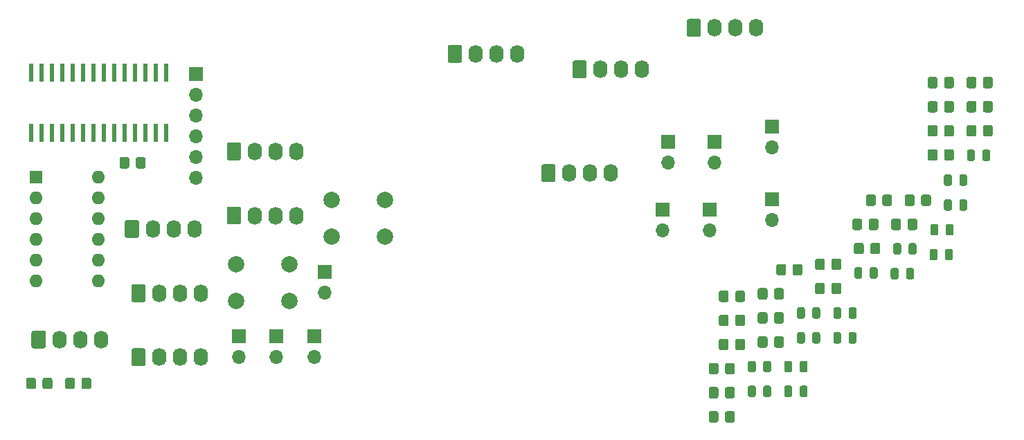
<source format=gbr>
%TF.GenerationSoftware,KiCad,Pcbnew,(5.1.9)-1*%
%TF.CreationDate,2022-03-08T11:24:29-07:00*%
%TF.ProjectId,SensorBoard,53656e73-6f72-4426-9f61-72642e6b6963,rev?*%
%TF.SameCoordinates,Original*%
%TF.FileFunction,Copper,L1,Top*%
%TF.FilePolarity,Positive*%
%FSLAX46Y46*%
G04 Gerber Fmt 4.6, Leading zero omitted, Abs format (unit mm)*
G04 Created by KiCad (PCBNEW (5.1.9)-1) date 2022-03-08 11:24:29*
%MOMM*%
%LPD*%
G01*
G04 APERTURE LIST*
%TA.AperFunction,ComponentPad*%
%ADD10R,1.700000X1.700000*%
%TD*%
%TA.AperFunction,ComponentPad*%
%ADD11O,1.700000X1.700000*%
%TD*%
%TA.AperFunction,ComponentPad*%
%ADD12O,1.740000X2.190000*%
%TD*%
%TA.AperFunction,ComponentPad*%
%ADD13R,1.600000X1.600000*%
%TD*%
%TA.AperFunction,ComponentPad*%
%ADD14O,1.600000X1.600000*%
%TD*%
%TA.AperFunction,ComponentPad*%
%ADD15C,2.000000*%
%TD*%
%TA.AperFunction,SMDPad,CuDef*%
%ADD16R,0.600000X2.200000*%
%TD*%
G04 APERTURE END LIST*
%TO.P,C1,2*%
%TO.N,GND*%
%TA.AperFunction,SMDPad,CuDef*%
G36*
G01*
X131795001Y-42990002D02*
X131795001Y-42090000D01*
G75*
G02*
X132045000Y-41840001I249999J0D01*
G01*
X132745002Y-41840001D01*
G75*
G02*
X132995001Y-42090000I0J-249999D01*
G01*
X132995001Y-42990002D01*
G75*
G02*
X132745002Y-43240001I-249999J0D01*
G01*
X132045000Y-43240001D01*
G75*
G02*
X131795001Y-42990002I0J249999D01*
G01*
G37*
%TD.AperFunction*%
%TO.P,C1,1*%
%TO.N,+5V*%
%TA.AperFunction,SMDPad,CuDef*%
G36*
G01*
X129795001Y-42990002D02*
X129795001Y-42090000D01*
G75*
G02*
X130045000Y-41840001I249999J0D01*
G01*
X130745002Y-41840001D01*
G75*
G02*
X130995001Y-42090000I0J-249999D01*
G01*
X130995001Y-42990002D01*
G75*
G02*
X130745002Y-43240001I-249999J0D01*
G01*
X130045000Y-43240001D01*
G75*
G02*
X129795001Y-42990002I0J249999D01*
G01*
G37*
%TD.AperFunction*%
%TD*%
%TO.P,C2,2*%
%TO.N,GND*%
%TA.AperFunction,SMDPad,CuDef*%
G36*
G01*
X205090001Y-59330002D02*
X205090001Y-58430000D01*
G75*
G02*
X205340000Y-58180001I249999J0D01*
G01*
X206040002Y-58180001D01*
G75*
G02*
X206290001Y-58430000I0J-249999D01*
G01*
X206290001Y-59330002D01*
G75*
G02*
X206040002Y-59580001I-249999J0D01*
G01*
X205340000Y-59580001D01*
G75*
G02*
X205090001Y-59330002I0J249999D01*
G01*
G37*
%TD.AperFunction*%
%TO.P,C2,1*%
%TO.N,+5V*%
%TA.AperFunction,SMDPad,CuDef*%
G36*
G01*
X203090001Y-59330002D02*
X203090001Y-58430000D01*
G75*
G02*
X203340000Y-58180001I249999J0D01*
G01*
X204040002Y-58180001D01*
G75*
G02*
X204290001Y-58430000I0J-249999D01*
G01*
X204290001Y-59330002D01*
G75*
G02*
X204040002Y-59580001I-249999J0D01*
G01*
X203340000Y-59580001D01*
G75*
G02*
X203090001Y-59330002I0J249999D01*
G01*
G37*
%TD.AperFunction*%
%TD*%
%TO.P,C3,2*%
%TO.N,GND*%
%TA.AperFunction,SMDPad,CuDef*%
G36*
G01*
X125135001Y-69990002D02*
X125135001Y-69090000D01*
G75*
G02*
X125385000Y-68840001I249999J0D01*
G01*
X126085002Y-68840001D01*
G75*
G02*
X126335001Y-69090000I0J-249999D01*
G01*
X126335001Y-69990002D01*
G75*
G02*
X126085002Y-70240001I-249999J0D01*
G01*
X125385000Y-70240001D01*
G75*
G02*
X125135001Y-69990002I0J249999D01*
G01*
G37*
%TD.AperFunction*%
%TO.P,C3,1*%
%TO.N,Net-(C3-Pad1)*%
%TA.AperFunction,SMDPad,CuDef*%
G36*
G01*
X123135001Y-69990002D02*
X123135001Y-69090000D01*
G75*
G02*
X123385000Y-68840001I249999J0D01*
G01*
X124085002Y-68840001D01*
G75*
G02*
X124335001Y-69090000I0J-249999D01*
G01*
X124335001Y-69990002D01*
G75*
G02*
X124085002Y-70240001I-249999J0D01*
G01*
X123385000Y-70240001D01*
G75*
G02*
X123135001Y-69990002I0J249999D01*
G01*
G37*
%TD.AperFunction*%
%TD*%
%TO.P,C4,1*%
%TO.N,+5V*%
%TA.AperFunction,SMDPad,CuDef*%
G36*
G01*
X118385001Y-69990002D02*
X118385001Y-69090000D01*
G75*
G02*
X118635000Y-68840001I249999J0D01*
G01*
X119335002Y-68840001D01*
G75*
G02*
X119585001Y-69090000I0J-249999D01*
G01*
X119585001Y-69990002D01*
G75*
G02*
X119335002Y-70240001I-249999J0D01*
G01*
X118635000Y-70240001D01*
G75*
G02*
X118385001Y-69990002I0J249999D01*
G01*
G37*
%TD.AperFunction*%
%TO.P,C4,2*%
%TO.N,GND*%
%TA.AperFunction,SMDPad,CuDef*%
G36*
G01*
X120385001Y-69990002D02*
X120385001Y-69090000D01*
G75*
G02*
X120635000Y-68840001I249999J0D01*
G01*
X121335002Y-68840001D01*
G75*
G02*
X121585001Y-69090000I0J-249999D01*
G01*
X121585001Y-69990002D01*
G75*
G02*
X121335002Y-70240001I-249999J0D01*
G01*
X120635000Y-70240001D01*
G75*
G02*
X120385001Y-69990002I0J249999D01*
G01*
G37*
%TD.AperFunction*%
%TD*%
%TO.P,D1,2*%
%TO.N,Net-(D1-Pad2)*%
%TA.AperFunction,SMDPad,CuDef*%
G36*
G01*
X208510001Y-67926251D02*
X208510001Y-67013751D01*
G75*
G02*
X208753751Y-66770001I243750J0D01*
G01*
X209241251Y-66770001D01*
G75*
G02*
X209485001Y-67013751I0J-243750D01*
G01*
X209485001Y-67926251D01*
G75*
G02*
X209241251Y-68170001I-243750J0D01*
G01*
X208753751Y-68170001D01*
G75*
G02*
X208510001Y-67926251I0J243750D01*
G01*
G37*
%TD.AperFunction*%
%TO.P,D1,1*%
%TO.N,GND*%
%TA.AperFunction,SMDPad,CuDef*%
G36*
G01*
X206635001Y-67926251D02*
X206635001Y-67013751D01*
G75*
G02*
X206878751Y-66770001I243750J0D01*
G01*
X207366251Y-66770001D01*
G75*
G02*
X207610001Y-67013751I0J-243750D01*
G01*
X207610001Y-67926251D01*
G75*
G02*
X207366251Y-68170001I-243750J0D01*
G01*
X206878751Y-68170001D01*
G75*
G02*
X206635001Y-67926251I0J243750D01*
G01*
G37*
%TD.AperFunction*%
%TD*%
%TO.P,D2,1*%
%TO.N,Net-(D2-Pad1)*%
%TA.AperFunction,SMDPad,CuDef*%
G36*
G01*
X219655001Y-56476251D02*
X219655001Y-55563751D01*
G75*
G02*
X219898751Y-55320001I243750J0D01*
G01*
X220386251Y-55320001D01*
G75*
G02*
X220630001Y-55563751I0J-243750D01*
G01*
X220630001Y-56476251D01*
G75*
G02*
X220386251Y-56720001I-243750J0D01*
G01*
X219898751Y-56720001D01*
G75*
G02*
X219655001Y-56476251I0J243750D01*
G01*
G37*
%TD.AperFunction*%
%TO.P,D2,2*%
%TO.N,+5V*%
%TA.AperFunction,SMDPad,CuDef*%
G36*
G01*
X221530001Y-56476251D02*
X221530001Y-55563751D01*
G75*
G02*
X221773751Y-55320001I243750J0D01*
G01*
X222261251Y-55320001D01*
G75*
G02*
X222505001Y-55563751I0J-243750D01*
G01*
X222505001Y-56476251D01*
G75*
G02*
X222261251Y-56720001I-243750J0D01*
G01*
X221773751Y-56720001D01*
G75*
G02*
X221530001Y-56476251I0J243750D01*
G01*
G37*
%TD.AperFunction*%
%TD*%
%TO.P,D3,1*%
%TO.N,Net-(D3-Pad1)*%
%TA.AperFunction,SMDPad,CuDef*%
G36*
G01*
X230615001Y-45116251D02*
X230615001Y-44203751D01*
G75*
G02*
X230858751Y-43960001I243750J0D01*
G01*
X231346251Y-43960001D01*
G75*
G02*
X231590001Y-44203751I0J-243750D01*
G01*
X231590001Y-45116251D01*
G75*
G02*
X231346251Y-45360001I-243750J0D01*
G01*
X230858751Y-45360001D01*
G75*
G02*
X230615001Y-45116251I0J243750D01*
G01*
G37*
%TD.AperFunction*%
%TO.P,D3,2*%
%TO.N,+5V*%
%TA.AperFunction,SMDPad,CuDef*%
G36*
G01*
X232490001Y-45116251D02*
X232490001Y-44203751D01*
G75*
G02*
X232733751Y-43960001I243750J0D01*
G01*
X233221251Y-43960001D01*
G75*
G02*
X233465001Y-44203751I0J-243750D01*
G01*
X233465001Y-45116251D01*
G75*
G02*
X233221251Y-45360001I-243750J0D01*
G01*
X232733751Y-45360001D01*
G75*
G02*
X232490001Y-45116251I0J243750D01*
G01*
G37*
%TD.AperFunction*%
%TD*%
%TO.P,D4,1*%
%TO.N,Net-(D4-Pad1)*%
%TA.AperFunction,SMDPad,CuDef*%
G36*
G01*
X206635001Y-70966251D02*
X206635001Y-70053751D01*
G75*
G02*
X206878751Y-69810001I243750J0D01*
G01*
X207366251Y-69810001D01*
G75*
G02*
X207610001Y-70053751I0J-243750D01*
G01*
X207610001Y-70966251D01*
G75*
G02*
X207366251Y-71210001I-243750J0D01*
G01*
X206878751Y-71210001D01*
G75*
G02*
X206635001Y-70966251I0J243750D01*
G01*
G37*
%TD.AperFunction*%
%TO.P,D4,2*%
%TO.N,+5V*%
%TA.AperFunction,SMDPad,CuDef*%
G36*
G01*
X208510001Y-70966251D02*
X208510001Y-70053751D01*
G75*
G02*
X208753751Y-69810001I243750J0D01*
G01*
X209241251Y-69810001D01*
G75*
G02*
X209485001Y-70053751I0J-243750D01*
G01*
X209485001Y-70966251D01*
G75*
G02*
X209241251Y-71210001I-243750J0D01*
G01*
X208753751Y-71210001D01*
G75*
G02*
X208510001Y-70966251I0J243750D01*
G01*
G37*
%TD.AperFunction*%
%TD*%
%TO.P,D5,2*%
%TO.N,+5V*%
%TA.AperFunction,SMDPad,CuDef*%
G36*
G01*
X230730001Y-54236251D02*
X230730001Y-53323751D01*
G75*
G02*
X230973751Y-53080001I243750J0D01*
G01*
X231461251Y-53080001D01*
G75*
G02*
X231705001Y-53323751I0J-243750D01*
G01*
X231705001Y-54236251D01*
G75*
G02*
X231461251Y-54480001I-243750J0D01*
G01*
X230973751Y-54480001D01*
G75*
G02*
X230730001Y-54236251I0J243750D01*
G01*
G37*
%TD.AperFunction*%
%TO.P,D5,1*%
%TO.N,Net-(D5-Pad1)*%
%TA.AperFunction,SMDPad,CuDef*%
G36*
G01*
X228855001Y-54236251D02*
X228855001Y-53323751D01*
G75*
G02*
X229098751Y-53080001I243750J0D01*
G01*
X229586251Y-53080001D01*
G75*
G02*
X229830001Y-53323751I0J-243750D01*
G01*
X229830001Y-54236251D01*
G75*
G02*
X229586251Y-54480001I-243750J0D01*
G01*
X229098751Y-54480001D01*
G75*
G02*
X228855001Y-54236251I0J243750D01*
G01*
G37*
%TD.AperFunction*%
%TD*%
%TO.P,D6,1*%
%TO.N,Net-(D6-Pad1)*%
%TA.AperFunction,SMDPad,CuDef*%
G36*
G01*
X224405001Y-53526251D02*
X224405001Y-52613751D01*
G75*
G02*
X224648751Y-52370001I243750J0D01*
G01*
X225136251Y-52370001D01*
G75*
G02*
X225380001Y-52613751I0J-243750D01*
G01*
X225380001Y-53526251D01*
G75*
G02*
X225136251Y-53770001I-243750J0D01*
G01*
X224648751Y-53770001D01*
G75*
G02*
X224405001Y-53526251I0J243750D01*
G01*
G37*
%TD.AperFunction*%
%TO.P,D6,2*%
%TO.N,+5V*%
%TA.AperFunction,SMDPad,CuDef*%
G36*
G01*
X226280001Y-53526251D02*
X226280001Y-52613751D01*
G75*
G02*
X226523751Y-52370001I243750J0D01*
G01*
X227011251Y-52370001D01*
G75*
G02*
X227255001Y-52613751I0J-243750D01*
G01*
X227255001Y-53526251D01*
G75*
G02*
X227011251Y-53770001I-243750J0D01*
G01*
X226523751Y-53770001D01*
G75*
G02*
X226280001Y-53526251I0J243750D01*
G01*
G37*
%TD.AperFunction*%
%TD*%
%TO.P,D7,2*%
%TO.N,+5V*%
%TA.AperFunction,SMDPad,CuDef*%
G36*
G01*
X232490001Y-48156251D02*
X232490001Y-47243751D01*
G75*
G02*
X232733751Y-47000001I243750J0D01*
G01*
X233221251Y-47000001D01*
G75*
G02*
X233465001Y-47243751I0J-243750D01*
G01*
X233465001Y-48156251D01*
G75*
G02*
X233221251Y-48400001I-243750J0D01*
G01*
X232733751Y-48400001D01*
G75*
G02*
X232490001Y-48156251I0J243750D01*
G01*
G37*
%TD.AperFunction*%
%TO.P,D7,1*%
%TO.N,Net-(D7-Pad1)*%
%TA.AperFunction,SMDPad,CuDef*%
G36*
G01*
X230615001Y-48156251D02*
X230615001Y-47243751D01*
G75*
G02*
X230858751Y-47000001I243750J0D01*
G01*
X231346251Y-47000001D01*
G75*
G02*
X231590001Y-47243751I0J-243750D01*
G01*
X231590001Y-48156251D01*
G75*
G02*
X231346251Y-48400001I-243750J0D01*
G01*
X230858751Y-48400001D01*
G75*
G02*
X230615001Y-48156251I0J243750D01*
G01*
G37*
%TD.AperFunction*%
%TD*%
%TO.P,D8,1*%
%TO.N,Net-(D8-Pad1)*%
%TA.AperFunction,SMDPad,CuDef*%
G36*
G01*
X217085001Y-61376251D02*
X217085001Y-60463751D01*
G75*
G02*
X217328751Y-60220001I243750J0D01*
G01*
X217816251Y-60220001D01*
G75*
G02*
X218060001Y-60463751I0J-243750D01*
G01*
X218060001Y-61376251D01*
G75*
G02*
X217816251Y-61620001I-243750J0D01*
G01*
X217328751Y-61620001D01*
G75*
G02*
X217085001Y-61376251I0J243750D01*
G01*
G37*
%TD.AperFunction*%
%TO.P,D8,2*%
%TO.N,Net-(C3-Pad1)*%
%TA.AperFunction,SMDPad,CuDef*%
G36*
G01*
X218960001Y-61376251D02*
X218960001Y-60463751D01*
G75*
G02*
X219203751Y-60220001I243750J0D01*
G01*
X219691251Y-60220001D01*
G75*
G02*
X219935001Y-60463751I0J-243750D01*
G01*
X219935001Y-61376251D01*
G75*
G02*
X219691251Y-61620001I-243750J0D01*
G01*
X219203751Y-61620001D01*
G75*
G02*
X218960001Y-61376251I0J243750D01*
G01*
G37*
%TD.AperFunction*%
%TD*%
%TO.P,D9,1*%
%TO.N,Net-(D9-Pad1)*%
%TA.AperFunction,SMDPad,CuDef*%
G36*
G01*
X211085001Y-67926251D02*
X211085001Y-67013751D01*
G75*
G02*
X211328751Y-66770001I243750J0D01*
G01*
X211816251Y-66770001D01*
G75*
G02*
X212060001Y-67013751I0J-243750D01*
G01*
X212060001Y-67926251D01*
G75*
G02*
X211816251Y-68170001I-243750J0D01*
G01*
X211328751Y-68170001D01*
G75*
G02*
X211085001Y-67926251I0J243750D01*
G01*
G37*
%TD.AperFunction*%
%TO.P,D9,2*%
%TO.N,Net-(D9-Pad2)*%
%TA.AperFunction,SMDPad,CuDef*%
G36*
G01*
X212960001Y-67926251D02*
X212960001Y-67013751D01*
G75*
G02*
X213203751Y-66770001I243750J0D01*
G01*
X213691251Y-66770001D01*
G75*
G02*
X213935001Y-67013751I0J-243750D01*
G01*
X213935001Y-67926251D01*
G75*
G02*
X213691251Y-68170001I-243750J0D01*
G01*
X213203751Y-68170001D01*
G75*
G02*
X212960001Y-67926251I0J243750D01*
G01*
G37*
%TD.AperFunction*%
%TD*%
%TO.P,D10,2*%
%TO.N,Net-(D10-Pad2)*%
%TA.AperFunction,SMDPad,CuDef*%
G36*
G01*
X212960001Y-70966251D02*
X212960001Y-70053751D01*
G75*
G02*
X213203751Y-69810001I243750J0D01*
G01*
X213691251Y-69810001D01*
G75*
G02*
X213935001Y-70053751I0J-243750D01*
G01*
X213935001Y-70966251D01*
G75*
G02*
X213691251Y-71210001I-243750J0D01*
G01*
X213203751Y-71210001D01*
G75*
G02*
X212960001Y-70966251I0J243750D01*
G01*
G37*
%TD.AperFunction*%
%TO.P,D10,1*%
%TO.N,Net-(D10-Pad1)*%
%TA.AperFunction,SMDPad,CuDef*%
G36*
G01*
X211085001Y-70966251D02*
X211085001Y-70053751D01*
G75*
G02*
X211328751Y-69810001I243750J0D01*
G01*
X211816251Y-69810001D01*
G75*
G02*
X212060001Y-70053751I0J-243750D01*
G01*
X212060001Y-70966251D01*
G75*
G02*
X211816251Y-71210001I-243750J0D01*
G01*
X211328751Y-71210001D01*
G75*
G02*
X211085001Y-70966251I0J243750D01*
G01*
G37*
%TD.AperFunction*%
%TD*%
%TO.P,D11,1*%
%TO.N,Net-(D11-Pad1)*%
%TA.AperFunction,SMDPad,CuDef*%
G36*
G01*
X217085001Y-64416251D02*
X217085001Y-63503751D01*
G75*
G02*
X217328751Y-63260001I243750J0D01*
G01*
X217816251Y-63260001D01*
G75*
G02*
X218060001Y-63503751I0J-243750D01*
G01*
X218060001Y-64416251D01*
G75*
G02*
X217816251Y-64660001I-243750J0D01*
G01*
X217328751Y-64660001D01*
G75*
G02*
X217085001Y-64416251I0J243750D01*
G01*
G37*
%TD.AperFunction*%
%TO.P,D11,2*%
%TO.N,Net-(D11-Pad2)*%
%TA.AperFunction,SMDPad,CuDef*%
G36*
G01*
X218960001Y-64416251D02*
X218960001Y-63503751D01*
G75*
G02*
X219203751Y-63260001I243750J0D01*
G01*
X219691251Y-63260001D01*
G75*
G02*
X219935001Y-63503751I0J-243750D01*
G01*
X219935001Y-64416251D01*
G75*
G02*
X219691251Y-64660001I-243750J0D01*
G01*
X219203751Y-64660001D01*
G75*
G02*
X218960001Y-64416251I0J243750D01*
G01*
G37*
%TD.AperFunction*%
%TD*%
%TO.P,D12,2*%
%TO.N,Net-(D12-Pad2)*%
%TA.AperFunction,SMDPad,CuDef*%
G36*
G01*
X230830001Y-51196251D02*
X230830001Y-50283751D01*
G75*
G02*
X231073751Y-50040001I243750J0D01*
G01*
X231561251Y-50040001D01*
G75*
G02*
X231805001Y-50283751I0J-243750D01*
G01*
X231805001Y-51196251D01*
G75*
G02*
X231561251Y-51440001I-243750J0D01*
G01*
X231073751Y-51440001D01*
G75*
G02*
X230830001Y-51196251I0J243750D01*
G01*
G37*
%TD.AperFunction*%
%TO.P,D12,1*%
%TO.N,Net-(D12-Pad1)*%
%TA.AperFunction,SMDPad,CuDef*%
G36*
G01*
X228955001Y-51196251D02*
X228955001Y-50283751D01*
G75*
G02*
X229198751Y-50040001I243750J0D01*
G01*
X229686251Y-50040001D01*
G75*
G02*
X229930001Y-50283751I0J-243750D01*
G01*
X229930001Y-51196251D01*
G75*
G02*
X229686251Y-51440001I-243750J0D01*
G01*
X229198751Y-51440001D01*
G75*
G02*
X228955001Y-51196251I0J243750D01*
G01*
G37*
%TD.AperFunction*%
%TD*%
%TO.P,D13,2*%
%TO.N,Net-(D13-Pad2)*%
%TA.AperFunction,SMDPad,CuDef*%
G36*
G01*
X225980001Y-56566251D02*
X225980001Y-55653751D01*
G75*
G02*
X226223751Y-55410001I243750J0D01*
G01*
X226711251Y-55410001D01*
G75*
G02*
X226955001Y-55653751I0J-243750D01*
G01*
X226955001Y-56566251D01*
G75*
G02*
X226711251Y-56810001I-243750J0D01*
G01*
X226223751Y-56810001D01*
G75*
G02*
X225980001Y-56566251I0J243750D01*
G01*
G37*
%TD.AperFunction*%
%TO.P,D13,1*%
%TO.N,Net-(D13-Pad1)*%
%TA.AperFunction,SMDPad,CuDef*%
G36*
G01*
X224105001Y-56566251D02*
X224105001Y-55653751D01*
G75*
G02*
X224348751Y-55410001I243750J0D01*
G01*
X224836251Y-55410001D01*
G75*
G02*
X225080001Y-55653751I0J-243750D01*
G01*
X225080001Y-56566251D01*
G75*
G02*
X224836251Y-56810001I-243750J0D01*
G01*
X224348751Y-56810001D01*
G75*
G02*
X224105001Y-56566251I0J243750D01*
G01*
G37*
%TD.AperFunction*%
%TD*%
%TO.P,D14,2*%
%TO.N,Net-(D14-Pad2)*%
%TA.AperFunction,SMDPad,CuDef*%
G36*
G01*
X214510001Y-64416251D02*
X214510001Y-63503751D01*
G75*
G02*
X214753751Y-63260001I243750J0D01*
G01*
X215241251Y-63260001D01*
G75*
G02*
X215485001Y-63503751I0J-243750D01*
G01*
X215485001Y-64416251D01*
G75*
G02*
X215241251Y-64660001I-243750J0D01*
G01*
X214753751Y-64660001D01*
G75*
G02*
X214510001Y-64416251I0J243750D01*
G01*
G37*
%TD.AperFunction*%
%TO.P,D14,1*%
%TO.N,Net-(D14-Pad1)*%
%TA.AperFunction,SMDPad,CuDef*%
G36*
G01*
X212635001Y-64416251D02*
X212635001Y-63503751D01*
G75*
G02*
X212878751Y-63260001I243750J0D01*
G01*
X213366251Y-63260001D01*
G75*
G02*
X213610001Y-63503751I0J-243750D01*
G01*
X213610001Y-64416251D01*
G75*
G02*
X213366251Y-64660001I-243750J0D01*
G01*
X212878751Y-64660001D01*
G75*
G02*
X212635001Y-64416251I0J243750D01*
G01*
G37*
%TD.AperFunction*%
%TD*%
%TO.P,D15,2*%
%TO.N,Net-(D15-Pad2)*%
%TA.AperFunction,SMDPad,CuDef*%
G36*
G01*
X214510001Y-61376251D02*
X214510001Y-60463751D01*
G75*
G02*
X214753751Y-60220001I243750J0D01*
G01*
X215241251Y-60220001D01*
G75*
G02*
X215485001Y-60463751I0J-243750D01*
G01*
X215485001Y-61376251D01*
G75*
G02*
X215241251Y-61620001I-243750J0D01*
G01*
X214753751Y-61620001D01*
G75*
G02*
X214510001Y-61376251I0J243750D01*
G01*
G37*
%TD.AperFunction*%
%TO.P,D15,1*%
%TO.N,Net-(D15-Pad1)*%
%TA.AperFunction,SMDPad,CuDef*%
G36*
G01*
X212635001Y-61376251D02*
X212635001Y-60463751D01*
G75*
G02*
X212878751Y-60220001I243750J0D01*
G01*
X213366251Y-60220001D01*
G75*
G02*
X213610001Y-60463751I0J-243750D01*
G01*
X213610001Y-61376251D01*
G75*
G02*
X213366251Y-61620001I-243750J0D01*
G01*
X212878751Y-61620001D01*
G75*
G02*
X212635001Y-61376251I0J243750D01*
G01*
G37*
%TD.AperFunction*%
%TD*%
%TO.P,D16,1*%
%TO.N,Net-(D16-Pad1)*%
%TA.AperFunction,SMDPad,CuDef*%
G36*
G01*
X233425001Y-42076251D02*
X233425001Y-41163751D01*
G75*
G02*
X233668751Y-40920001I243750J0D01*
G01*
X234156251Y-40920001D01*
G75*
G02*
X234400001Y-41163751I0J-243750D01*
G01*
X234400001Y-42076251D01*
G75*
G02*
X234156251Y-42320001I-243750J0D01*
G01*
X233668751Y-42320001D01*
G75*
G02*
X233425001Y-42076251I0J243750D01*
G01*
G37*
%TD.AperFunction*%
%TO.P,D16,2*%
%TO.N,Net-(D16-Pad2)*%
%TA.AperFunction,SMDPad,CuDef*%
G36*
G01*
X235300001Y-42076251D02*
X235300001Y-41163751D01*
G75*
G02*
X235543751Y-40920001I243750J0D01*
G01*
X236031251Y-40920001D01*
G75*
G02*
X236275001Y-41163751I0J-243750D01*
G01*
X236275001Y-42076251D01*
G75*
G02*
X236031251Y-42320001I-243750J0D01*
G01*
X235543751Y-42320001D01*
G75*
G02*
X235300001Y-42076251I0J243750D01*
G01*
G37*
%TD.AperFunction*%
%TD*%
D10*
%TO.P,J1,1*%
%TO.N,+5V*%
X154905001Y-55920001D03*
D11*
%TO.P,J1,2*%
%TO.N,GND*%
X154905001Y-58460001D03*
%TD*%
D12*
%TO.P,J2,4*%
%TO.N,GND*%
X139735001Y-66340001D03*
%TO.P,J2,3*%
%TO.N,Net-(J2-Pad3)*%
X137195001Y-66340001D03*
%TO.P,J2,2*%
%TO.N,Net-(J2-Pad2)*%
X134655001Y-66340001D03*
%TO.P,J2,1*%
%TO.N,+5V*%
%TA.AperFunction,ComponentPad*%
G36*
G01*
X131245001Y-67185002D02*
X131245001Y-65495000D01*
G75*
G02*
X131495000Y-65245001I249999J0D01*
G01*
X132735002Y-65245001D01*
G75*
G02*
X132985001Y-65495000I0J-249999D01*
G01*
X132985001Y-67185002D01*
G75*
G02*
X132735002Y-67435001I-249999J0D01*
G01*
X131495000Y-67435001D01*
G75*
G02*
X131245001Y-67185002I0J249999D01*
G01*
G37*
%TD.AperFunction*%
%TD*%
D10*
%TO.P,J3,1*%
%TO.N,Net-(D8-Pad1)*%
X139165001Y-31670001D03*
D11*
%TO.P,J3,2*%
%TO.N,+5V*%
X139165001Y-34210001D03*
%TO.P,J3,3*%
%TO.N,GND*%
X139165001Y-36750001D03*
%TO.P,J3,4*%
%TO.N,RB7*%
X139165001Y-39290001D03*
%TO.P,J3,5*%
%TO.N,RB6*%
X139165001Y-41830001D03*
%TO.P,J3,6*%
%TO.N,Net-(J3-Pad6)*%
X139165001Y-44370001D03*
%TD*%
%TO.P,J4,1*%
%TO.N,+5V*%
%TA.AperFunction,ComponentPad*%
G36*
G01*
X181375000Y-44660001D02*
X181375000Y-42969999D01*
G75*
G02*
X181624999Y-42720000I249999J0D01*
G01*
X182865001Y-42720000D01*
G75*
G02*
X183115000Y-42969999I0J-249999D01*
G01*
X183115000Y-44660001D01*
G75*
G02*
X182865001Y-44910000I-249999J0D01*
G01*
X181624999Y-44910000D01*
G75*
G02*
X181375000Y-44660001I0J249999D01*
G01*
G37*
%TD.AperFunction*%
D12*
%TO.P,J4,2*%
%TO.N,Net-(J2-Pad2)*%
X184785000Y-43815000D03*
%TO.P,J4,3*%
%TO.N,Net-(J2-Pad3)*%
X187325000Y-43815000D03*
%TO.P,J4,4*%
%TO.N,GND*%
X189865000Y-43815000D03*
%TD*%
%TO.P,J5,4*%
%TO.N,GND*%
X193675000Y-31115000D03*
%TO.P,J5,3*%
%TO.N,Net-(J5-Pad3)*%
X191135000Y-31115000D03*
%TO.P,J5,2*%
%TO.N,SDA2*%
X188595000Y-31115000D03*
%TO.P,J5,1*%
%TO.N,+5V*%
%TA.AperFunction,ComponentPad*%
G36*
G01*
X185185000Y-31960001D02*
X185185000Y-30269999D01*
G75*
G02*
X185434999Y-30020000I249999J0D01*
G01*
X186675001Y-30020000D01*
G75*
G02*
X186925000Y-30269999I0J-249999D01*
G01*
X186925000Y-31960001D01*
G75*
G02*
X186675001Y-32210000I-249999J0D01*
G01*
X185434999Y-32210000D01*
G75*
G02*
X185185000Y-31960001I0J249999D01*
G01*
G37*
%TD.AperFunction*%
%TD*%
%TO.P,J6,1*%
%TO.N,+5V*%
%TA.AperFunction,ComponentPad*%
G36*
G01*
X199155000Y-26880001D02*
X199155000Y-25189999D01*
G75*
G02*
X199404999Y-24940000I249999J0D01*
G01*
X200645001Y-24940000D01*
G75*
G02*
X200895000Y-25189999I0J-249999D01*
G01*
X200895000Y-26880001D01*
G75*
G02*
X200645001Y-27130000I-249999J0D01*
G01*
X199404999Y-27130000D01*
G75*
G02*
X199155000Y-26880001I0J249999D01*
G01*
G37*
%TD.AperFunction*%
%TO.P,J6,2*%
%TO.N,SDA2*%
X202565000Y-26035000D03*
%TO.P,J6,3*%
%TO.N,Net-(J6-Pad3)*%
X205105000Y-26035000D03*
%TO.P,J6,4*%
%TO.N,GND*%
X207645000Y-26035000D03*
%TD*%
%TO.P,J7,4*%
%TO.N,GND*%
X138935001Y-50640001D03*
%TO.P,J7,3*%
%TO.N,Net-(J7-Pad3)*%
X136395001Y-50640001D03*
%TO.P,J7,2*%
%TO.N,SDA2*%
X133855001Y-50640001D03*
%TO.P,J7,1*%
%TO.N,+5V*%
%TA.AperFunction,ComponentPad*%
G36*
G01*
X130445001Y-51485002D02*
X130445001Y-49795000D01*
G75*
G02*
X130695000Y-49545001I249999J0D01*
G01*
X131935002Y-49545001D01*
G75*
G02*
X132185001Y-49795000I0J-249999D01*
G01*
X132185001Y-51485002D01*
G75*
G02*
X131935002Y-51735001I-249999J0D01*
G01*
X130695000Y-51735001D01*
G75*
G02*
X130445001Y-51485002I0J249999D01*
G01*
G37*
%TD.AperFunction*%
%TD*%
%TO.P,J8,1*%
%TO.N,+5V*%
%TA.AperFunction,ComponentPad*%
G36*
G01*
X169945000Y-30055001D02*
X169945000Y-28364999D01*
G75*
G02*
X170194999Y-28115000I249999J0D01*
G01*
X171435001Y-28115000D01*
G75*
G02*
X171685000Y-28364999I0J-249999D01*
G01*
X171685000Y-30055001D01*
G75*
G02*
X171435001Y-30305000I-249999J0D01*
G01*
X170194999Y-30305000D01*
G75*
G02*
X169945000Y-30055001I0J249999D01*
G01*
G37*
%TD.AperFunction*%
%TO.P,J8,2*%
%TO.N,SDA2*%
X173355000Y-29210000D03*
%TO.P,J8,3*%
%TO.N,Net-(J8-Pad3)*%
X175895000Y-29210000D03*
%TO.P,J8,4*%
%TO.N,GND*%
X178435000Y-29210000D03*
%TD*%
%TO.P,J9,1*%
%TO.N,+5V*%
%TA.AperFunction,ComponentPad*%
G36*
G01*
X142915001Y-41985002D02*
X142915001Y-40295000D01*
G75*
G02*
X143165000Y-40045001I249999J0D01*
G01*
X144405002Y-40045001D01*
G75*
G02*
X144655001Y-40295000I0J-249999D01*
G01*
X144655001Y-41985002D01*
G75*
G02*
X144405002Y-42235001I-249999J0D01*
G01*
X143165000Y-42235001D01*
G75*
G02*
X142915001Y-41985002I0J249999D01*
G01*
G37*
%TD.AperFunction*%
%TO.P,J9,2*%
%TO.N,SDA2*%
X146325001Y-41140001D03*
%TO.P,J9,3*%
%TO.N,Net-(J9-Pad3)*%
X148865001Y-41140001D03*
%TO.P,J9,4*%
%TO.N,GND*%
X151405001Y-41140001D03*
%TD*%
%TO.P,J10,4*%
%TO.N,GND*%
X127525001Y-64160001D03*
%TO.P,J10,3*%
%TO.N,Net-(J10-Pad3)*%
X124985001Y-64160001D03*
%TO.P,J10,2*%
%TO.N,SDA2*%
X122445001Y-64160001D03*
%TO.P,J10,1*%
%TO.N,+5V*%
%TA.AperFunction,ComponentPad*%
G36*
G01*
X119035001Y-65005002D02*
X119035001Y-63315000D01*
G75*
G02*
X119285000Y-63065001I249999J0D01*
G01*
X120525002Y-63065001D01*
G75*
G02*
X120775001Y-63315000I0J-249999D01*
G01*
X120775001Y-65005002D01*
G75*
G02*
X120525002Y-65255001I-249999J0D01*
G01*
X119285000Y-65255001D01*
G75*
G02*
X119035001Y-65005002I0J249999D01*
G01*
G37*
%TD.AperFunction*%
%TD*%
%TO.P,J11,1*%
%TO.N,+5V*%
%TA.AperFunction,ComponentPad*%
G36*
G01*
X131245001Y-59335002D02*
X131245001Y-57645000D01*
G75*
G02*
X131495000Y-57395001I249999J0D01*
G01*
X132735002Y-57395001D01*
G75*
G02*
X132985001Y-57645000I0J-249999D01*
G01*
X132985001Y-59335002D01*
G75*
G02*
X132735002Y-59585001I-249999J0D01*
G01*
X131495000Y-59585001D01*
G75*
G02*
X131245001Y-59335002I0J249999D01*
G01*
G37*
%TD.AperFunction*%
%TO.P,J11,2*%
%TO.N,SDA2*%
X134655001Y-58490001D03*
%TO.P,J11,3*%
%TO.N,Net-(J11-Pad3)*%
X137195001Y-58490001D03*
%TO.P,J11,4*%
%TO.N,GND*%
X139735001Y-58490001D03*
%TD*%
%TO.P,J12,4*%
%TO.N,GND*%
X151405001Y-48990001D03*
%TO.P,J12,3*%
%TO.N,Net-(J12-Pad3)*%
X148865001Y-48990001D03*
%TO.P,J12,2*%
%TO.N,SDA2*%
X146325001Y-48990001D03*
%TO.P,J12,1*%
%TO.N,+5V*%
%TA.AperFunction,ComponentPad*%
G36*
G01*
X142915001Y-49835002D02*
X142915001Y-48145000D01*
G75*
G02*
X143165000Y-47895001I249999J0D01*
G01*
X144405002Y-47895001D01*
G75*
G02*
X144655001Y-48145000I0J-249999D01*
G01*
X144655001Y-49835002D01*
G75*
G02*
X144405002Y-50085001I-249999J0D01*
G01*
X143165000Y-50085001D01*
G75*
G02*
X142915001Y-49835002I0J249999D01*
G01*
G37*
%TD.AperFunction*%
%TD*%
D10*
%TO.P,JP1,1*%
%TO.N,+5V*%
X196850000Y-40005000D03*
D11*
%TO.P,JP1,2*%
%TO.N,Net-(JP1-Pad2)*%
X196850000Y-42545000D03*
%TD*%
D10*
%TO.P,JP2,1*%
%TO.N,SCL2*%
X201930000Y-48260000D03*
D11*
%TO.P,JP2,2*%
%TO.N,Net-(J5-Pad3)*%
X201930000Y-50800000D03*
%TD*%
%TO.P,JP3,2*%
%TO.N,Net-(J6-Pad3)*%
X209550000Y-40640000D03*
D10*
%TO.P,JP3,1*%
%TO.N,SCL2*%
X209550000Y-38100000D03*
%TD*%
%TO.P,JP4,1*%
%TO.N,SCL2*%
X144355001Y-63770001D03*
D11*
%TO.P,JP4,2*%
%TO.N,Net-(J7-Pad3)*%
X144355001Y-66310001D03*
%TD*%
D10*
%TO.P,JP5,1*%
%TO.N,SCL2*%
X196215000Y-48260000D03*
D11*
%TO.P,JP5,2*%
%TO.N,Net-(J8-Pad3)*%
X196215000Y-50800000D03*
%TD*%
%TO.P,JP6,2*%
%TO.N,Net-(J9-Pad3)*%
X149005001Y-66310001D03*
D10*
%TO.P,JP6,1*%
%TO.N,SCL2*%
X149005001Y-63770001D03*
%TD*%
D11*
%TO.P,JP7,2*%
%TO.N,Net-(J10-Pad3)*%
X202565000Y-42545000D03*
D10*
%TO.P,JP7,1*%
%TO.N,SCL2*%
X202565000Y-40005000D03*
%TD*%
D11*
%TO.P,JP8,2*%
%TO.N,Net-(J11-Pad3)*%
X209550000Y-49530000D03*
D10*
%TO.P,JP8,1*%
%TO.N,SCL2*%
X209550000Y-46990000D03*
%TD*%
D11*
%TO.P,JP9,2*%
%TO.N,Net-(J12-Pad3)*%
X153655001Y-66310001D03*
D10*
%TO.P,JP9,1*%
%TO.N,SCL2*%
X153655001Y-63770001D03*
%TD*%
%TO.P,R1,1*%
%TO.N,+5V*%
%TA.AperFunction,SMDPad,CuDef*%
G36*
G01*
X207840001Y-61975002D02*
X207840001Y-61075000D01*
G75*
G02*
X208090000Y-60825001I249999J0D01*
G01*
X208790002Y-60825001D01*
G75*
G02*
X209040001Y-61075000I0J-249999D01*
G01*
X209040001Y-61975002D01*
G75*
G02*
X208790002Y-62225001I-249999J0D01*
G01*
X208090000Y-62225001D01*
G75*
G02*
X207840001Y-61975002I0J249999D01*
G01*
G37*
%TD.AperFunction*%
%TO.P,R1,2*%
%TO.N,Net-(D1-Pad2)*%
%TA.AperFunction,SMDPad,CuDef*%
G36*
G01*
X209840001Y-61975002D02*
X209840001Y-61075000D01*
G75*
G02*
X210090000Y-60825001I249999J0D01*
G01*
X210790002Y-60825001D01*
G75*
G02*
X211040001Y-61075000I0J-249999D01*
G01*
X211040001Y-61975002D01*
G75*
G02*
X210790002Y-62225001I-249999J0D01*
G01*
X210090000Y-62225001D01*
G75*
G02*
X209840001Y-61975002I0J249999D01*
G01*
G37*
%TD.AperFunction*%
%TD*%
%TO.P,R2,1*%
%TO.N,+5V*%
%TA.AperFunction,SMDPad,CuDef*%
G36*
G01*
X210110001Y-56075002D02*
X210110001Y-55175000D01*
G75*
G02*
X210360000Y-54925001I249999J0D01*
G01*
X211060002Y-54925001D01*
G75*
G02*
X211310001Y-55175000I0J-249999D01*
G01*
X211310001Y-56075002D01*
G75*
G02*
X211060002Y-56325001I-249999J0D01*
G01*
X210360000Y-56325001D01*
G75*
G02*
X210110001Y-56075002I0J249999D01*
G01*
G37*
%TD.AperFunction*%
%TO.P,R2,2*%
%TO.N,Net-(C3-Pad1)*%
%TA.AperFunction,SMDPad,CuDef*%
G36*
G01*
X212110001Y-56075002D02*
X212110001Y-55175000D01*
G75*
G02*
X212360000Y-54925001I249999J0D01*
G01*
X213060002Y-54925001D01*
G75*
G02*
X213310001Y-55175000I0J-249999D01*
G01*
X213310001Y-56075002D01*
G75*
G02*
X213060002Y-56325001I-249999J0D01*
G01*
X212360000Y-56325001D01*
G75*
G02*
X212110001Y-56075002I0J249999D01*
G01*
G37*
%TD.AperFunction*%
%TD*%
%TO.P,R3,1*%
%TO.N,+5V*%
%TA.AperFunction,SMDPad,CuDef*%
G36*
G01*
X228630001Y-42025002D02*
X228630001Y-41125000D01*
G75*
G02*
X228880000Y-40875001I249999J0D01*
G01*
X229580002Y-40875001D01*
G75*
G02*
X229830001Y-41125000I0J-249999D01*
G01*
X229830001Y-42025002D01*
G75*
G02*
X229580002Y-42275001I-249999J0D01*
G01*
X228880000Y-42275001D01*
G75*
G02*
X228630001Y-42025002I0J249999D01*
G01*
G37*
%TD.AperFunction*%
%TO.P,R3,2*%
%TO.N,Net-(J2-Pad2)*%
%TA.AperFunction,SMDPad,CuDef*%
G36*
G01*
X230630001Y-42025002D02*
X230630001Y-41125000D01*
G75*
G02*
X230880000Y-40875001I249999J0D01*
G01*
X231580002Y-40875001D01*
G75*
G02*
X231830001Y-41125000I0J-249999D01*
G01*
X231830001Y-42025002D01*
G75*
G02*
X231580002Y-42275001I-249999J0D01*
G01*
X230880000Y-42275001D01*
G75*
G02*
X230630001Y-42025002I0J249999D01*
G01*
G37*
%TD.AperFunction*%
%TD*%
%TO.P,R4,2*%
%TO.N,Net-(J2-Pad3)*%
%TA.AperFunction,SMDPad,CuDef*%
G36*
G01*
X216860001Y-55425002D02*
X216860001Y-54525000D01*
G75*
G02*
X217110000Y-54275001I249999J0D01*
G01*
X217810002Y-54275001D01*
G75*
G02*
X218060001Y-54525000I0J-249999D01*
G01*
X218060001Y-55425002D01*
G75*
G02*
X217810002Y-55675001I-249999J0D01*
G01*
X217110000Y-55675001D01*
G75*
G02*
X216860001Y-55425002I0J249999D01*
G01*
G37*
%TD.AperFunction*%
%TO.P,R4,1*%
%TO.N,+5V*%
%TA.AperFunction,SMDPad,CuDef*%
G36*
G01*
X214860001Y-55425002D02*
X214860001Y-54525000D01*
G75*
G02*
X215110000Y-54275001I249999J0D01*
G01*
X215810002Y-54275001D01*
G75*
G02*
X216060001Y-54525000I0J-249999D01*
G01*
X216060001Y-55425002D01*
G75*
G02*
X215810002Y-55675001I-249999J0D01*
G01*
X215110000Y-55675001D01*
G75*
G02*
X214860001Y-55425002I0J249999D01*
G01*
G37*
%TD.AperFunction*%
%TD*%
%TO.P,R5,1*%
%TO.N,Net-(D2-Pad1)*%
%TA.AperFunction,SMDPad,CuDef*%
G36*
G01*
X228630001Y-39075002D02*
X228630001Y-38175000D01*
G75*
G02*
X228880000Y-37925001I249999J0D01*
G01*
X229580002Y-37925001D01*
G75*
G02*
X229830001Y-38175000I0J-249999D01*
G01*
X229830001Y-39075002D01*
G75*
G02*
X229580002Y-39325001I-249999J0D01*
G01*
X228880000Y-39325001D01*
G75*
G02*
X228630001Y-39075002I0J249999D01*
G01*
G37*
%TD.AperFunction*%
%TO.P,R5,2*%
%TO.N,Net-(R5-Pad2)*%
%TA.AperFunction,SMDPad,CuDef*%
G36*
G01*
X230630001Y-39075002D02*
X230630001Y-38175000D01*
G75*
G02*
X230880000Y-37925001I249999J0D01*
G01*
X231580002Y-37925001D01*
G75*
G02*
X231830001Y-38175000I0J-249999D01*
G01*
X231830001Y-39075002D01*
G75*
G02*
X231580002Y-39325001I-249999J0D01*
G01*
X230880000Y-39325001D01*
G75*
G02*
X230630001Y-39075002I0J249999D01*
G01*
G37*
%TD.AperFunction*%
%TD*%
%TO.P,R6,2*%
%TO.N,Net-(R6-Pad2)*%
%TA.AperFunction,SMDPad,CuDef*%
G36*
G01*
X203840001Y-68180002D02*
X203840001Y-67280000D01*
G75*
G02*
X204090000Y-67030001I249999J0D01*
G01*
X204790002Y-67030001D01*
G75*
G02*
X205040001Y-67280000I0J-249999D01*
G01*
X205040001Y-68180002D01*
G75*
G02*
X204790002Y-68430001I-249999J0D01*
G01*
X204090000Y-68430001D01*
G75*
G02*
X203840001Y-68180002I0J249999D01*
G01*
G37*
%TD.AperFunction*%
%TO.P,R6,1*%
%TO.N,Net-(D3-Pad1)*%
%TA.AperFunction,SMDPad,CuDef*%
G36*
G01*
X201840001Y-68180002D02*
X201840001Y-67280000D01*
G75*
G02*
X202090000Y-67030001I249999J0D01*
G01*
X202790002Y-67030001D01*
G75*
G02*
X203040001Y-67280000I0J-249999D01*
G01*
X203040001Y-68180002D01*
G75*
G02*
X202790002Y-68430001I-249999J0D01*
G01*
X202090000Y-68430001D01*
G75*
G02*
X201840001Y-68180002I0J249999D01*
G01*
G37*
%TD.AperFunction*%
%TD*%
%TO.P,R7,1*%
%TO.N,Net-(D4-Pad1)*%
%TA.AperFunction,SMDPad,CuDef*%
G36*
G01*
X233380001Y-33175002D02*
X233380001Y-32275000D01*
G75*
G02*
X233630000Y-32025001I249999J0D01*
G01*
X234330002Y-32025001D01*
G75*
G02*
X234580001Y-32275000I0J-249999D01*
G01*
X234580001Y-33175002D01*
G75*
G02*
X234330002Y-33425001I-249999J0D01*
G01*
X233630000Y-33425001D01*
G75*
G02*
X233380001Y-33175002I0J249999D01*
G01*
G37*
%TD.AperFunction*%
%TO.P,R7,2*%
%TO.N,Net-(R7-Pad2)*%
%TA.AperFunction,SMDPad,CuDef*%
G36*
G01*
X235380001Y-33175002D02*
X235380001Y-32275000D01*
G75*
G02*
X235630000Y-32025001I249999J0D01*
G01*
X236330002Y-32025001D01*
G75*
G02*
X236580001Y-32275000I0J-249999D01*
G01*
X236580001Y-33175002D01*
G75*
G02*
X236330002Y-33425001I-249999J0D01*
G01*
X235630000Y-33425001D01*
G75*
G02*
X235380001Y-33175002I0J249999D01*
G01*
G37*
%TD.AperFunction*%
%TD*%
%TO.P,R8,2*%
%TO.N,Net-(R8-Pad2)*%
%TA.AperFunction,SMDPad,CuDef*%
G36*
G01*
X205090001Y-65230002D02*
X205090001Y-64330000D01*
G75*
G02*
X205340000Y-64080001I249999J0D01*
G01*
X206040002Y-64080001D01*
G75*
G02*
X206290001Y-64330000I0J-249999D01*
G01*
X206290001Y-65230002D01*
G75*
G02*
X206040002Y-65480001I-249999J0D01*
G01*
X205340000Y-65480001D01*
G75*
G02*
X205090001Y-65230002I0J249999D01*
G01*
G37*
%TD.AperFunction*%
%TO.P,R8,1*%
%TO.N,Net-(D5-Pad1)*%
%TA.AperFunction,SMDPad,CuDef*%
G36*
G01*
X203090001Y-65230002D02*
X203090001Y-64330000D01*
G75*
G02*
X203340000Y-64080001I249999J0D01*
G01*
X204040002Y-64080001D01*
G75*
G02*
X204290001Y-64330000I0J-249999D01*
G01*
X204290001Y-65230002D01*
G75*
G02*
X204040002Y-65480001I-249999J0D01*
G01*
X203340000Y-65480001D01*
G75*
G02*
X203090001Y-65230002I0J249999D01*
G01*
G37*
%TD.AperFunction*%
%TD*%
%TO.P,R9,1*%
%TO.N,Net-(D6-Pad1)*%
%TA.AperFunction,SMDPad,CuDef*%
G36*
G01*
X207840001Y-59025002D02*
X207840001Y-58125000D01*
G75*
G02*
X208090000Y-57875001I249999J0D01*
G01*
X208790002Y-57875001D01*
G75*
G02*
X209040001Y-58125000I0J-249999D01*
G01*
X209040001Y-59025002D01*
G75*
G02*
X208790002Y-59275001I-249999J0D01*
G01*
X208090000Y-59275001D01*
G75*
G02*
X207840001Y-59025002I0J249999D01*
G01*
G37*
%TD.AperFunction*%
%TO.P,R9,2*%
%TO.N,Net-(R9-Pad2)*%
%TA.AperFunction,SMDPad,CuDef*%
G36*
G01*
X209840001Y-59025002D02*
X209840001Y-58125000D01*
G75*
G02*
X210090000Y-57875001I249999J0D01*
G01*
X210790002Y-57875001D01*
G75*
G02*
X211040001Y-58125000I0J-249999D01*
G01*
X211040001Y-59025002D01*
G75*
G02*
X210790002Y-59275001I-249999J0D01*
G01*
X210090000Y-59275001D01*
G75*
G02*
X209840001Y-59025002I0J249999D01*
G01*
G37*
%TD.AperFunction*%
%TD*%
%TO.P,R10,2*%
%TO.N,Net-(R10-Pad2)*%
%TA.AperFunction,SMDPad,CuDef*%
G36*
G01*
X223070001Y-47575002D02*
X223070001Y-46675000D01*
G75*
G02*
X223320000Y-46425001I249999J0D01*
G01*
X224020002Y-46425001D01*
G75*
G02*
X224270001Y-46675000I0J-249999D01*
G01*
X224270001Y-47575002D01*
G75*
G02*
X224020002Y-47825001I-249999J0D01*
G01*
X223320000Y-47825001D01*
G75*
G02*
X223070001Y-47575002I0J249999D01*
G01*
G37*
%TD.AperFunction*%
%TO.P,R10,1*%
%TO.N,Net-(D7-Pad1)*%
%TA.AperFunction,SMDPad,CuDef*%
G36*
G01*
X221070001Y-47575002D02*
X221070001Y-46675000D01*
G75*
G02*
X221320000Y-46425001I249999J0D01*
G01*
X222020002Y-46425001D01*
G75*
G02*
X222270001Y-46675000I0J-249999D01*
G01*
X222270001Y-47575002D01*
G75*
G02*
X222020002Y-47825001I-249999J0D01*
G01*
X221320000Y-47825001D01*
G75*
G02*
X221070001Y-47575002I0J249999D01*
G01*
G37*
%TD.AperFunction*%
%TD*%
%TO.P,R11,1*%
%TO.N,+5V*%
%TA.AperFunction,SMDPad,CuDef*%
G36*
G01*
X233380001Y-36125002D02*
X233380001Y-35225000D01*
G75*
G02*
X233630000Y-34975001I249999J0D01*
G01*
X234330002Y-34975001D01*
G75*
G02*
X234580001Y-35225000I0J-249999D01*
G01*
X234580001Y-36125002D01*
G75*
G02*
X234330002Y-36375001I-249999J0D01*
G01*
X233630000Y-36375001D01*
G75*
G02*
X233380001Y-36125002I0J249999D01*
G01*
G37*
%TD.AperFunction*%
%TO.P,R11,2*%
%TO.N,SDA2*%
%TA.AperFunction,SMDPad,CuDef*%
G36*
G01*
X235380001Y-36125002D02*
X235380001Y-35225000D01*
G75*
G02*
X235630000Y-34975001I249999J0D01*
G01*
X236330002Y-34975001D01*
G75*
G02*
X236580001Y-35225000I0J-249999D01*
G01*
X236580001Y-36125002D01*
G75*
G02*
X236330002Y-36375001I-249999J0D01*
G01*
X235630000Y-36375001D01*
G75*
G02*
X235380001Y-36125002I0J249999D01*
G01*
G37*
%TD.AperFunction*%
%TD*%
%TO.P,R12,2*%
%TO.N,SCL2*%
%TA.AperFunction,SMDPad,CuDef*%
G36*
G01*
X230630001Y-36125002D02*
X230630001Y-35225000D01*
G75*
G02*
X230880000Y-34975001I249999J0D01*
G01*
X231580002Y-34975001D01*
G75*
G02*
X231830001Y-35225000I0J-249999D01*
G01*
X231830001Y-36125002D01*
G75*
G02*
X231580002Y-36375001I-249999J0D01*
G01*
X230880000Y-36375001D01*
G75*
G02*
X230630001Y-36125002I0J249999D01*
G01*
G37*
%TD.AperFunction*%
%TO.P,R12,1*%
%TO.N,+5V*%
%TA.AperFunction,SMDPad,CuDef*%
G36*
G01*
X228630001Y-36125002D02*
X228630001Y-35225000D01*
G75*
G02*
X228880000Y-34975001I249999J0D01*
G01*
X229580002Y-34975001D01*
G75*
G02*
X229830001Y-35225000I0J-249999D01*
G01*
X229830001Y-36125002D01*
G75*
G02*
X229580002Y-36375001I-249999J0D01*
G01*
X228880000Y-36375001D01*
G75*
G02*
X228630001Y-36125002I0J249999D01*
G01*
G37*
%TD.AperFunction*%
%TD*%
%TO.P,R13,1*%
%TO.N,Net-(R13-Pad1)*%
%TA.AperFunction,SMDPad,CuDef*%
G36*
G01*
X219410001Y-50525002D02*
X219410001Y-49625000D01*
G75*
G02*
X219660000Y-49375001I249999J0D01*
G01*
X220360002Y-49375001D01*
G75*
G02*
X220610001Y-49625000I0J-249999D01*
G01*
X220610001Y-50525002D01*
G75*
G02*
X220360002Y-50775001I-249999J0D01*
G01*
X219660000Y-50775001D01*
G75*
G02*
X219410001Y-50525002I0J249999D01*
G01*
G37*
%TD.AperFunction*%
%TO.P,R13,2*%
%TO.N,GND*%
%TA.AperFunction,SMDPad,CuDef*%
G36*
G01*
X221410001Y-50525002D02*
X221410001Y-49625000D01*
G75*
G02*
X221660000Y-49375001I249999J0D01*
G01*
X222360002Y-49375001D01*
G75*
G02*
X222610001Y-49625000I0J-249999D01*
G01*
X222610001Y-50525002D01*
G75*
G02*
X222360002Y-50775001I-249999J0D01*
G01*
X221660000Y-50775001D01*
G75*
G02*
X221410001Y-50525002I0J249999D01*
G01*
G37*
%TD.AperFunction*%
%TD*%
%TO.P,R14,2*%
%TO.N,GND*%
%TA.AperFunction,SMDPad,CuDef*%
G36*
G01*
X226160001Y-50525002D02*
X226160001Y-49625000D01*
G75*
G02*
X226410000Y-49375001I249999J0D01*
G01*
X227110002Y-49375001D01*
G75*
G02*
X227360001Y-49625000I0J-249999D01*
G01*
X227360001Y-50525002D01*
G75*
G02*
X227110002Y-50775001I-249999J0D01*
G01*
X226410000Y-50775001D01*
G75*
G02*
X226160001Y-50525002I0J249999D01*
G01*
G37*
%TD.AperFunction*%
%TO.P,R14,1*%
%TO.N,Net-(R14-Pad1)*%
%TA.AperFunction,SMDPad,CuDef*%
G36*
G01*
X224160001Y-50525002D02*
X224160001Y-49625000D01*
G75*
G02*
X224410000Y-49375001I249999J0D01*
G01*
X225110002Y-49375001D01*
G75*
G02*
X225360001Y-49625000I0J-249999D01*
G01*
X225360001Y-50525002D01*
G75*
G02*
X225110002Y-50775001I-249999J0D01*
G01*
X224410000Y-50775001D01*
G75*
G02*
X224160001Y-50525002I0J249999D01*
G01*
G37*
%TD.AperFunction*%
%TD*%
%TO.P,R15,2*%
%TO.N,GND*%
%TA.AperFunction,SMDPad,CuDef*%
G36*
G01*
X203840001Y-74080002D02*
X203840001Y-73180000D01*
G75*
G02*
X204090000Y-72930001I249999J0D01*
G01*
X204790002Y-72930001D01*
G75*
G02*
X205040001Y-73180000I0J-249999D01*
G01*
X205040001Y-74080002D01*
G75*
G02*
X204790002Y-74330001I-249999J0D01*
G01*
X204090000Y-74330001D01*
G75*
G02*
X203840001Y-74080002I0J249999D01*
G01*
G37*
%TD.AperFunction*%
%TO.P,R15,1*%
%TO.N,Net-(JP1-Pad2)*%
%TA.AperFunction,SMDPad,CuDef*%
G36*
G01*
X201840001Y-74080002D02*
X201840001Y-73180000D01*
G75*
G02*
X202090000Y-72930001I249999J0D01*
G01*
X202790002Y-72930001D01*
G75*
G02*
X203040001Y-73180000I0J-249999D01*
G01*
X203040001Y-74080002D01*
G75*
G02*
X202790002Y-74330001I-249999J0D01*
G01*
X202090000Y-74330001D01*
G75*
G02*
X201840001Y-74080002I0J249999D01*
G01*
G37*
%TD.AperFunction*%
%TD*%
%TO.P,R16,1*%
%TO.N,Net-(D9-Pad1)*%
%TA.AperFunction,SMDPad,CuDef*%
G36*
G01*
X219610001Y-53475002D02*
X219610001Y-52575000D01*
G75*
G02*
X219860000Y-52325001I249999J0D01*
G01*
X220560002Y-52325001D01*
G75*
G02*
X220810001Y-52575000I0J-249999D01*
G01*
X220810001Y-53475002D01*
G75*
G02*
X220560002Y-53725001I-249999J0D01*
G01*
X219860000Y-53725001D01*
G75*
G02*
X219610001Y-53475002I0J249999D01*
G01*
G37*
%TD.AperFunction*%
%TO.P,R16,2*%
%TO.N,GND*%
%TA.AperFunction,SMDPad,CuDef*%
G36*
G01*
X221610001Y-53475002D02*
X221610001Y-52575000D01*
G75*
G02*
X221860000Y-52325001I249999J0D01*
G01*
X222560002Y-52325001D01*
G75*
G02*
X222810001Y-52575000I0J-249999D01*
G01*
X222810001Y-53475002D01*
G75*
G02*
X222560002Y-53725001I-249999J0D01*
G01*
X221860000Y-53725001D01*
G75*
G02*
X221610001Y-53475002I0J249999D01*
G01*
G37*
%TD.AperFunction*%
%TD*%
%TO.P,R17,2*%
%TO.N,GND*%
%TA.AperFunction,SMDPad,CuDef*%
G36*
G01*
X216860001Y-58375002D02*
X216860001Y-57475000D01*
G75*
G02*
X217110000Y-57225001I249999J0D01*
G01*
X217810002Y-57225001D01*
G75*
G02*
X218060001Y-57475000I0J-249999D01*
G01*
X218060001Y-58375002D01*
G75*
G02*
X217810002Y-58625001I-249999J0D01*
G01*
X217110000Y-58625001D01*
G75*
G02*
X216860001Y-58375002I0J249999D01*
G01*
G37*
%TD.AperFunction*%
%TO.P,R17,1*%
%TO.N,Net-(D10-Pad1)*%
%TA.AperFunction,SMDPad,CuDef*%
G36*
G01*
X214860001Y-58375002D02*
X214860001Y-57475000D01*
G75*
G02*
X215110000Y-57225001I249999J0D01*
G01*
X215810002Y-57225001D01*
G75*
G02*
X216060001Y-57475000I0J-249999D01*
G01*
X216060001Y-58375002D01*
G75*
G02*
X215810002Y-58625001I-249999J0D01*
G01*
X215110000Y-58625001D01*
G75*
G02*
X214860001Y-58375002I0J249999D01*
G01*
G37*
%TD.AperFunction*%
%TD*%
%TO.P,R18,2*%
%TO.N,GND*%
%TA.AperFunction,SMDPad,CuDef*%
G36*
G01*
X230630001Y-33175002D02*
X230630001Y-32275000D01*
G75*
G02*
X230880000Y-32025001I249999J0D01*
G01*
X231580002Y-32025001D01*
G75*
G02*
X231830001Y-32275000I0J-249999D01*
G01*
X231830001Y-33175002D01*
G75*
G02*
X231580002Y-33425001I-249999J0D01*
G01*
X230880000Y-33425001D01*
G75*
G02*
X230630001Y-33175002I0J249999D01*
G01*
G37*
%TD.AperFunction*%
%TO.P,R18,1*%
%TO.N,Net-(D11-Pad1)*%
%TA.AperFunction,SMDPad,CuDef*%
G36*
G01*
X228630001Y-33175002D02*
X228630001Y-32275000D01*
G75*
G02*
X228880000Y-32025001I249999J0D01*
G01*
X229580002Y-32025001D01*
G75*
G02*
X229830001Y-32275000I0J-249999D01*
G01*
X229830001Y-33175002D01*
G75*
G02*
X229580002Y-33425001I-249999J0D01*
G01*
X228880000Y-33425001D01*
G75*
G02*
X228630001Y-33175002I0J249999D01*
G01*
G37*
%TD.AperFunction*%
%TD*%
%TO.P,R19,1*%
%TO.N,Net-(D12-Pad1)*%
%TA.AperFunction,SMDPad,CuDef*%
G36*
G01*
X203090001Y-62280002D02*
X203090001Y-61380000D01*
G75*
G02*
X203340000Y-61130001I249999J0D01*
G01*
X204040002Y-61130001D01*
G75*
G02*
X204290001Y-61380000I0J-249999D01*
G01*
X204290001Y-62280002D01*
G75*
G02*
X204040002Y-62530001I-249999J0D01*
G01*
X203340000Y-62530001D01*
G75*
G02*
X203090001Y-62280002I0J249999D01*
G01*
G37*
%TD.AperFunction*%
%TO.P,R19,2*%
%TO.N,GND*%
%TA.AperFunction,SMDPad,CuDef*%
G36*
G01*
X205090001Y-62280002D02*
X205090001Y-61380000D01*
G75*
G02*
X205340000Y-61130001I249999J0D01*
G01*
X206040002Y-61130001D01*
G75*
G02*
X206290001Y-61380000I0J-249999D01*
G01*
X206290001Y-62280002D01*
G75*
G02*
X206040002Y-62530001I-249999J0D01*
G01*
X205340000Y-62530001D01*
G75*
G02*
X205090001Y-62280002I0J249999D01*
G01*
G37*
%TD.AperFunction*%
%TD*%
%TO.P,R20,2*%
%TO.N,GND*%
%TA.AperFunction,SMDPad,CuDef*%
G36*
G01*
X235380001Y-39075002D02*
X235380001Y-38175000D01*
G75*
G02*
X235630000Y-37925001I249999J0D01*
G01*
X236330002Y-37925001D01*
G75*
G02*
X236580001Y-38175000I0J-249999D01*
G01*
X236580001Y-39075002D01*
G75*
G02*
X236330002Y-39325001I-249999J0D01*
G01*
X235630000Y-39325001D01*
G75*
G02*
X235380001Y-39075002I0J249999D01*
G01*
G37*
%TD.AperFunction*%
%TO.P,R20,1*%
%TO.N,Net-(D13-Pad1)*%
%TA.AperFunction,SMDPad,CuDef*%
G36*
G01*
X233380001Y-39075002D02*
X233380001Y-38175000D01*
G75*
G02*
X233630000Y-37925001I249999J0D01*
G01*
X234330002Y-37925001D01*
G75*
G02*
X234580001Y-38175000I0J-249999D01*
G01*
X234580001Y-39075002D01*
G75*
G02*
X234330002Y-39325001I-249999J0D01*
G01*
X233630000Y-39325001D01*
G75*
G02*
X233380001Y-39075002I0J249999D01*
G01*
G37*
%TD.AperFunction*%
%TD*%
%TO.P,R21,1*%
%TO.N,Net-(D14-Pad1)*%
%TA.AperFunction,SMDPad,CuDef*%
G36*
G01*
X207840001Y-64925002D02*
X207840001Y-64025000D01*
G75*
G02*
X208090000Y-63775001I249999J0D01*
G01*
X208790002Y-63775001D01*
G75*
G02*
X209040001Y-64025000I0J-249999D01*
G01*
X209040001Y-64925002D01*
G75*
G02*
X208790002Y-65175001I-249999J0D01*
G01*
X208090000Y-65175001D01*
G75*
G02*
X207840001Y-64925002I0J249999D01*
G01*
G37*
%TD.AperFunction*%
%TO.P,R21,2*%
%TO.N,GND*%
%TA.AperFunction,SMDPad,CuDef*%
G36*
G01*
X209840001Y-64925002D02*
X209840001Y-64025000D01*
G75*
G02*
X210090000Y-63775001I249999J0D01*
G01*
X210790002Y-63775001D01*
G75*
G02*
X211040001Y-64025000I0J-249999D01*
G01*
X211040001Y-64925002D01*
G75*
G02*
X210790002Y-65175001I-249999J0D01*
G01*
X210090000Y-65175001D01*
G75*
G02*
X209840001Y-64925002I0J249999D01*
G01*
G37*
%TD.AperFunction*%
%TD*%
%TO.P,R22,1*%
%TO.N,Net-(D15-Pad1)*%
%TA.AperFunction,SMDPad,CuDef*%
G36*
G01*
X225820001Y-47575002D02*
X225820001Y-46675000D01*
G75*
G02*
X226070000Y-46425001I249999J0D01*
G01*
X226770002Y-46425001D01*
G75*
G02*
X227020001Y-46675000I0J-249999D01*
G01*
X227020001Y-47575002D01*
G75*
G02*
X226770002Y-47825001I-249999J0D01*
G01*
X226070000Y-47825001D01*
G75*
G02*
X225820001Y-47575002I0J249999D01*
G01*
G37*
%TD.AperFunction*%
%TO.P,R22,2*%
%TO.N,GND*%
%TA.AperFunction,SMDPad,CuDef*%
G36*
G01*
X227820001Y-47575002D02*
X227820001Y-46675000D01*
G75*
G02*
X228070000Y-46425001I249999J0D01*
G01*
X228770002Y-46425001D01*
G75*
G02*
X229020001Y-46675000I0J-249999D01*
G01*
X229020001Y-47575002D01*
G75*
G02*
X228770002Y-47825001I-249999J0D01*
G01*
X228070000Y-47825001D01*
G75*
G02*
X227820001Y-47575002I0J249999D01*
G01*
G37*
%TD.AperFunction*%
%TD*%
%TO.P,R23,1*%
%TO.N,Net-(D16-Pad1)*%
%TA.AperFunction,SMDPad,CuDef*%
G36*
G01*
X201840001Y-71130002D02*
X201840001Y-70230000D01*
G75*
G02*
X202090000Y-69980001I249999J0D01*
G01*
X202790002Y-69980001D01*
G75*
G02*
X203040001Y-70230000I0J-249999D01*
G01*
X203040001Y-71130002D01*
G75*
G02*
X202790002Y-71380001I-249999J0D01*
G01*
X202090000Y-71380001D01*
G75*
G02*
X201840001Y-71130002I0J249999D01*
G01*
G37*
%TD.AperFunction*%
%TO.P,R23,2*%
%TO.N,GND*%
%TA.AperFunction,SMDPad,CuDef*%
G36*
G01*
X203840001Y-71130002D02*
X203840001Y-70230000D01*
G75*
G02*
X204090000Y-69980001I249999J0D01*
G01*
X204790002Y-69980001D01*
G75*
G02*
X205040001Y-70230000I0J-249999D01*
G01*
X205040001Y-71130002D01*
G75*
G02*
X204790002Y-71380001I-249999J0D01*
G01*
X204090000Y-71380001D01*
G75*
G02*
X203840001Y-71130002I0J249999D01*
G01*
G37*
%TD.AperFunction*%
%TD*%
D13*
%TO.P,SW1,1*%
%TO.N,GND*%
X119550001Y-44290001D03*
D14*
%TO.P,SW1,7*%
%TO.N,Net-(R10-Pad2)*%
X127170001Y-56990001D03*
%TO.P,SW1,2*%
%TO.N,GND*%
X119550001Y-46830001D03*
%TO.P,SW1,8*%
%TO.N,Net-(R9-Pad2)*%
X127170001Y-54450001D03*
%TO.P,SW1,3*%
%TO.N,GND*%
X119550001Y-49370001D03*
%TO.P,SW1,9*%
%TO.N,Net-(R8-Pad2)*%
X127170001Y-51910001D03*
%TO.P,SW1,4*%
%TO.N,GND*%
X119550001Y-51910001D03*
%TO.P,SW1,10*%
%TO.N,Net-(R7-Pad2)*%
X127170001Y-49370001D03*
%TO.P,SW1,5*%
%TO.N,GND*%
X119550001Y-54450001D03*
%TO.P,SW1,11*%
%TO.N,Net-(R6-Pad2)*%
X127170001Y-46830001D03*
%TO.P,SW1,6*%
%TO.N,GND*%
X119550001Y-56990001D03*
%TO.P,SW1,12*%
%TO.N,Net-(R5-Pad2)*%
X127170001Y-44290001D03*
%TD*%
D15*
%TO.P,SW2,2*%
%TO.N,Net-(R13-Pad1)*%
X144055001Y-59420001D03*
%TO.P,SW2,1*%
%TO.N,+5V*%
X144055001Y-54920001D03*
%TO.P,SW2,2*%
%TO.N,Net-(R13-Pad1)*%
X150555001Y-59420001D03*
%TO.P,SW2,1*%
%TO.N,+5V*%
X150555001Y-54920001D03*
%TD*%
%TO.P,SW3,1*%
%TO.N,+5V*%
X162225001Y-47070001D03*
%TO.P,SW3,2*%
%TO.N,Net-(R14-Pad1)*%
X162225001Y-51570001D03*
%TO.P,SW3,1*%
%TO.N,+5V*%
X155725001Y-47070001D03*
%TO.P,SW3,2*%
%TO.N,Net-(R14-Pad1)*%
X155725001Y-51570001D03*
%TD*%
D16*
%TO.P,U1,28*%
%TO.N,RB7*%
X118970001Y-31505001D03*
%TO.P,U1,1*%
%TO.N,Net-(D8-Pad1)*%
X118970001Y-38905001D03*
%TO.P,U1,27*%
%TO.N,RB6*%
X120240001Y-31505001D03*
%TO.P,U1,2*%
%TO.N,Net-(D9-Pad2)*%
X120240001Y-38905001D03*
%TO.P,U1,26*%
%TO.N,Net-(R10-Pad2)*%
X121510001Y-31505001D03*
%TO.P,U1,3*%
%TO.N,Net-(D10-Pad2)*%
X121510001Y-38905001D03*
%TO.P,U1,25*%
%TO.N,Net-(R9-Pad2)*%
X122780001Y-31505001D03*
%TO.P,U1,4*%
%TO.N,Net-(D11-Pad2)*%
X122780001Y-38905001D03*
%TO.P,U1,24*%
%TO.N,Net-(R8-Pad2)*%
X124050001Y-31505001D03*
%TO.P,U1,5*%
%TO.N,Net-(D12-Pad2)*%
X124050001Y-38905001D03*
%TO.P,U1,23*%
%TO.N,Net-(R7-Pad2)*%
X125320001Y-31505001D03*
%TO.P,U1,6*%
%TO.N,Net-(D13-Pad2)*%
X125320001Y-38905001D03*
%TO.P,U1,22*%
%TO.N,Net-(R6-Pad2)*%
X126590001Y-31505001D03*
%TO.P,U1,7*%
%TO.N,Net-(D14-Pad2)*%
X126590001Y-38905001D03*
%TO.P,U1,21*%
%TO.N,Net-(R5-Pad2)*%
X127860001Y-31505001D03*
%TO.P,U1,8*%
%TO.N,GND*%
X127860001Y-38905001D03*
%TO.P,U1,20*%
%TO.N,+5V*%
X129130001Y-31505001D03*
%TO.P,U1,9*%
%TO.N,Net-(D16-Pad2)*%
X129130001Y-38905001D03*
%TO.P,U1,19*%
%TO.N,GND*%
X130400001Y-31505001D03*
%TO.P,U1,10*%
%TO.N,Net-(D15-Pad2)*%
X130400001Y-38905001D03*
%TO.P,U1,18*%
%TO.N,Net-(U1-Pad18)*%
X131670001Y-31505001D03*
%TO.P,U1,11*%
%TO.N,Net-(J2-Pad2)*%
X131670001Y-38905001D03*
%TO.P,U1,17*%
%TO.N,Net-(JP1-Pad2)*%
X132940001Y-31505001D03*
%TO.P,U1,12*%
%TO.N,Net-(J2-Pad3)*%
X132940001Y-38905001D03*
%TO.P,U1,16*%
%TO.N,Net-(R14-Pad1)*%
X134210001Y-31505001D03*
%TO.P,U1,13*%
%TO.N,SDA2*%
X134210001Y-38905001D03*
%TO.P,U1,15*%
%TO.N,Net-(R13-Pad1)*%
X135480001Y-31505001D03*
%TO.P,U1,14*%
%TO.N,SCL2*%
X135480001Y-38905001D03*
%TD*%
M02*

</source>
